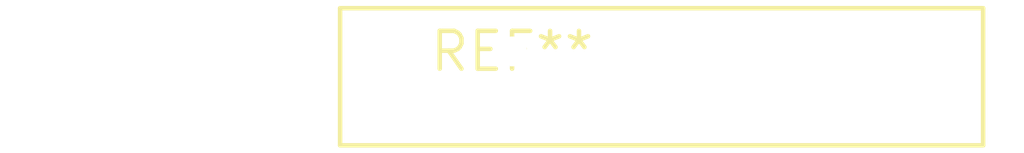
<source format=kicad_pcb>
(kicad_pcb (version 20240108) (generator pcbnew)
  (layers (0 "F.Cu" signal) (31 "B.Cu" signal) (34 "B.Paste" user) (35 "F.Paste" user) (36 "B.SilkS" user "B.Silkscreen") (37 "F.SilkS" user "F.Silkscreen") (38 "B.Mask" user) (39 "F.Mask" user) (44 "Edge.Cuts" user))
  (net 0 "")
  (footprint "RV_Disc_D21.5mm_W4.6mm_P10mm" (layer "F.Cu") (at 0 0)
    (property "Reference" "REF**")
    (property "Value" "RV_Disc_D21.5mm_W4.6mm_P10mm")
    (fp_line (start -5.75 -1.45) (end -5.75 3.15) (layer "F.SilkS") (stroke (width 0.15)))
    (fp_line (start -5.75 -1.45) (end 15.75 -1.45) (layer "F.SilkS") (stroke (width 0.15)))
    (fp_line (start -5.75 3.15) (end 15.75 3.15) (layer "F.SilkS") (stroke (width 0.15)))
    (fp_line (start 15.75 -1.45) (end 15.75 3.15) (layer "F.SilkS") (stroke (width 0.15)))
    (pad "1" thru_hole circle (at 0 0) (size 2 2) (drill 1) (layers *.Cu *.Mask) (remove_unused_layers))
    (pad "2" thru_hole circle (at 10 1.7) (size 2 2) (drill 1) (layers *.Cu *.Mask) (remove_unused_layers))
  )
)
</source>
